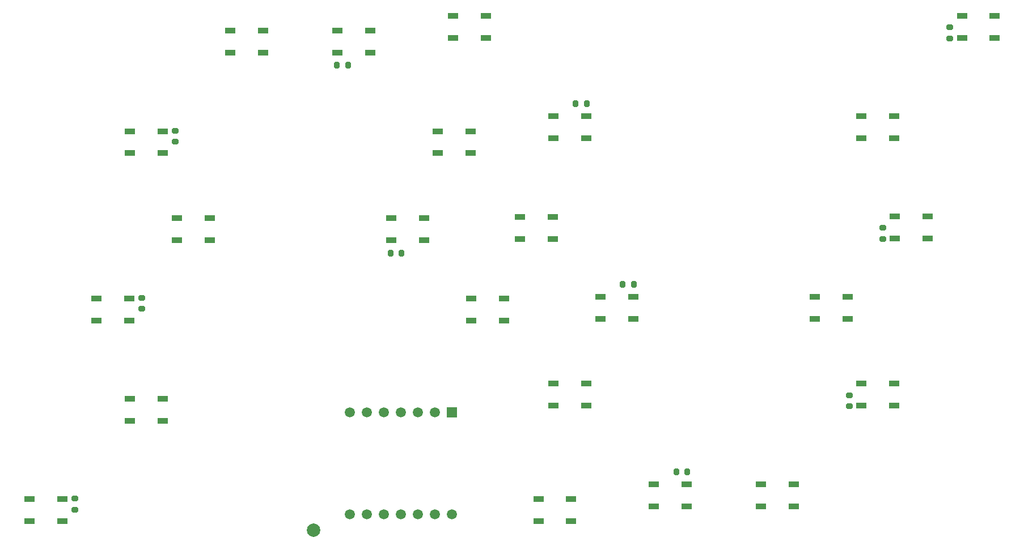
<source format=gbr>
%TF.GenerationSoftware,KiCad,Pcbnew,8.0.3*%
%TF.CreationDate,2024-12-20T11:05:53+01:00*%
%TF.ProjectId,christmas-tree,63687269-7374-46d6-9173-2d747265652e,rev?*%
%TF.SameCoordinates,Original*%
%TF.FileFunction,Soldermask,Bot*%
%TF.FilePolarity,Negative*%
%FSLAX46Y46*%
G04 Gerber Fmt 4.6, Leading zero omitted, Abs format (unit mm)*
G04 Created by KiCad (PCBNEW 8.0.3) date 2024-12-20 11:05:53*
%MOMM*%
%LPD*%
G01*
G04 APERTURE LIST*
G04 Aperture macros list*
%AMRoundRect*
0 Rectangle with rounded corners*
0 $1 Rounding radius*
0 $2 $3 $4 $5 $6 $7 $8 $9 X,Y pos of 4 corners*
0 Add a 4 corners polygon primitive as box body*
4,1,4,$2,$3,$4,$5,$6,$7,$8,$9,$2,$3,0*
0 Add four circle primitives for the rounded corners*
1,1,$1+$1,$2,$3*
1,1,$1+$1,$4,$5*
1,1,$1+$1,$6,$7*
1,1,$1+$1,$8,$9*
0 Add four rect primitives between the rounded corners*
20,1,$1+$1,$2,$3,$4,$5,0*
20,1,$1+$1,$4,$5,$6,$7,0*
20,1,$1+$1,$6,$7,$8,$9,0*
20,1,$1+$1,$8,$9,$2,$3,0*%
G04 Aperture macros list end*
%ADD10R,1.500000X1.500000*%
%ADD11C,1.500000*%
%ADD12R,1.500000X0.900000*%
%ADD13RoundRect,0.200000X-0.275000X0.200000X-0.275000X-0.200000X0.275000X-0.200000X0.275000X0.200000X0*%
%ADD14RoundRect,0.200000X-0.200000X-0.275000X0.200000X-0.275000X0.200000X0.275000X-0.200000X0.275000X0*%
%ADD15C,2.000000*%
%ADD16RoundRect,0.200000X0.200000X0.275000X-0.200000X0.275000X-0.200000X-0.275000X0.200000X-0.275000X0*%
%ADD17RoundRect,0.200000X0.275000X-0.200000X0.275000X0.200000X-0.275000X0.200000X-0.275000X-0.200000X0*%
G04 APERTURE END LIST*
D10*
%TO.C,U101*%
X123170000Y-131830000D03*
D11*
X120630000Y-131830000D03*
X118090000Y-131830000D03*
X115550000Y-131830000D03*
X113010000Y-131830000D03*
X110470000Y-131830000D03*
X107930000Y-131830000D03*
X107930000Y-147070000D03*
X110470000Y-147070000D03*
X113010000Y-147070000D03*
X115550000Y-147070000D03*
X118090000Y-147070000D03*
X120630000Y-147070000D03*
X123170000Y-147070000D03*
%TD*%
D12*
%TO.C,D135*%
X204250000Y-72550000D03*
X204250000Y-75850000D03*
X199350000Y-75850000D03*
X199350000Y-72550000D03*
%TD*%
%TO.C,D114*%
X70100000Y-118100000D03*
X70100000Y-114800000D03*
X75000000Y-114800000D03*
X75000000Y-118100000D03*
%TD*%
%TO.C,D115*%
X87000000Y-102800000D03*
X87000000Y-106100000D03*
X82100000Y-106100000D03*
X82100000Y-102800000D03*
%TD*%
D13*
%TO.C,C109*%
X76850000Y-114725000D03*
X76850000Y-116375000D03*
%TD*%
D12*
%TO.C,D141*%
X153350000Y-145850000D03*
X153350000Y-142550000D03*
X158250000Y-142550000D03*
X158250000Y-145850000D03*
%TD*%
%TO.C,D119*%
X126000000Y-89800000D03*
X126000000Y-93100000D03*
X121100000Y-93100000D03*
X121100000Y-89800000D03*
%TD*%
%TO.C,D146*%
X123350000Y-75850000D03*
X123350000Y-72550000D03*
X128250000Y-72550000D03*
X128250000Y-75850000D03*
%TD*%
%TO.C,D117*%
X95000000Y-74800000D03*
X95000000Y-78100000D03*
X90100000Y-78100000D03*
X90100000Y-74800000D03*
%TD*%
D13*
%TO.C,C107*%
X81850000Y-89725000D03*
X81850000Y-91375000D03*
%TD*%
D12*
%TO.C,D144*%
X133350000Y-105950000D03*
X133350000Y-102650000D03*
X138250000Y-102650000D03*
X138250000Y-105950000D03*
%TD*%
%TO.C,D140*%
X169350000Y-145850000D03*
X169350000Y-142550000D03*
X174250000Y-142550000D03*
X174250000Y-145850000D03*
%TD*%
%TO.C,D145*%
X138350000Y-90850000D03*
X138350000Y-87550000D03*
X143250000Y-87550000D03*
X143250000Y-90850000D03*
%TD*%
D13*
%TO.C,C111*%
X66850000Y-144725000D03*
X66850000Y-146375000D03*
%TD*%
D12*
%TO.C,D120*%
X119000000Y-102800000D03*
X119000000Y-106100000D03*
X114100000Y-106100000D03*
X114100000Y-102800000D03*
%TD*%
%TO.C,D137*%
X194250000Y-102550000D03*
X194250000Y-105850000D03*
X189350000Y-105850000D03*
X189350000Y-102550000D03*
%TD*%
D14*
%TO.C,C105*%
X106025000Y-79950000D03*
X107675000Y-79950000D03*
%TD*%
D12*
%TO.C,D116*%
X75100000Y-93100000D03*
X75100000Y-89800000D03*
X80000000Y-89800000D03*
X80000000Y-93100000D03*
%TD*%
%TO.C,D118*%
X111000000Y-74800000D03*
X111000000Y-78100000D03*
X106100000Y-78100000D03*
X106100000Y-74800000D03*
%TD*%
%TO.C,D121*%
X131000000Y-114800000D03*
X131000000Y-118100000D03*
X126100000Y-118100000D03*
X126100000Y-114800000D03*
%TD*%
%TO.C,D138*%
X177350000Y-117850000D03*
X177350000Y-114550000D03*
X182250000Y-114550000D03*
X182250000Y-117850000D03*
%TD*%
%TO.C,D112*%
X60100000Y-148100000D03*
X60100000Y-144800000D03*
X65000000Y-144800000D03*
X65000000Y-148100000D03*
%TD*%
D15*
%TO.C,DOUT1*%
X102550000Y-149450000D03*
%TD*%
D12*
%TO.C,D143*%
X145350000Y-117850000D03*
X145350000Y-114550000D03*
X150250000Y-114550000D03*
X150250000Y-117850000D03*
%TD*%
D16*
%TO.C,C115*%
X150325000Y-112700000D03*
X148675000Y-112700000D03*
%TD*%
D12*
%TO.C,D142*%
X138350000Y-130850000D03*
X138350000Y-127550000D03*
X143250000Y-127550000D03*
X143250000Y-130850000D03*
%TD*%
%TO.C,D122*%
X141000000Y-144800000D03*
X141000000Y-148100000D03*
X136100000Y-148100000D03*
X136100000Y-144800000D03*
%TD*%
D14*
%TO.C,C103*%
X114025000Y-108050000D03*
X115675000Y-108050000D03*
%TD*%
D17*
%TO.C,C121*%
X187500000Y-105925000D03*
X187500000Y-104275000D03*
%TD*%
D12*
%TO.C,D136*%
X184350000Y-90850000D03*
X184350000Y-87550000D03*
X189250000Y-87550000D03*
X189250000Y-90850000D03*
%TD*%
D16*
%TO.C,C117*%
X158325000Y-140700000D03*
X156675000Y-140700000D03*
%TD*%
%TO.C,C113*%
X143325000Y-85700000D03*
X141675000Y-85700000D03*
%TD*%
D12*
%TO.C,D139*%
X189250000Y-127550000D03*
X189250000Y-130850000D03*
X184350000Y-130850000D03*
X184350000Y-127550000D03*
%TD*%
D17*
%TO.C,C123*%
X197500000Y-75925000D03*
X197500000Y-74275000D03*
%TD*%
D12*
%TO.C,D113*%
X80000000Y-129800000D03*
X80000000Y-133100000D03*
X75100000Y-133100000D03*
X75100000Y-129800000D03*
%TD*%
D17*
%TO.C,C119*%
X182500000Y-130925000D03*
X182500000Y-129275000D03*
%TD*%
M02*

</source>
